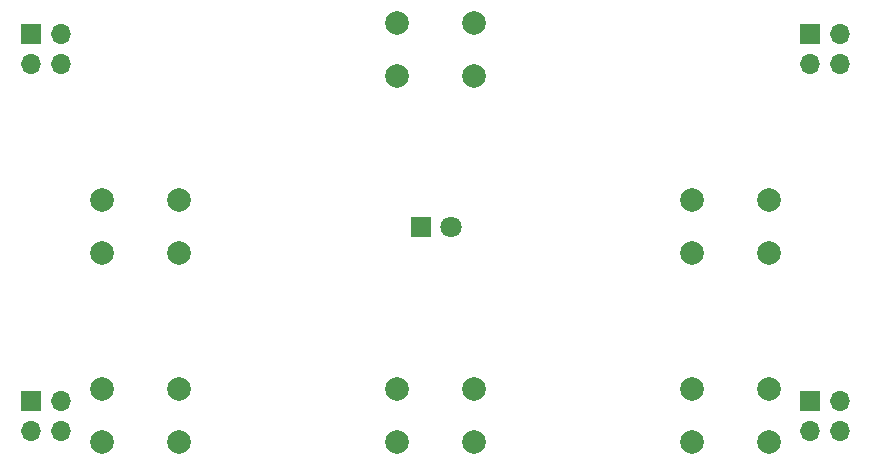
<source format=gbs>
%TF.GenerationSoftware,KiCad,Pcbnew,5.1.10*%
%TF.CreationDate,2021-11-03T22:20:00+01:00*%
%TF.ProjectId,main_pcb_ui,6d61696e-5f70-4636-925f-75692e6b6963,rev?*%
%TF.SameCoordinates,PX8583b00PY5f5e100*%
%TF.FileFunction,Soldermask,Bot*%
%TF.FilePolarity,Negative*%
%FSLAX46Y46*%
G04 Gerber Fmt 4.6, Leading zero omitted, Abs format (unit mm)*
G04 Created by KiCad (PCBNEW 5.1.10) date 2021-11-03 22:20:00*
%MOMM*%
%LPD*%
G01*
G04 APERTURE LIST*
%ADD10C,2.000000*%
%ADD11O,1.700000X1.700000*%
%ADD12R,1.700000X1.700000*%
%ADD13C,1.800000*%
%ADD14R,1.800000X1.800000*%
G04 APERTURE END LIST*
D10*
%TO.C,SW6*%
X3250000Y25250000D03*
X3250000Y20750000D03*
X-3250000Y25250000D03*
X-3250000Y20750000D03*
%TD*%
D11*
%TO.C,J4*%
X34270000Y-9270000D03*
X31730000Y-9270000D03*
X34270000Y-6730000D03*
D12*
X31730000Y-6730000D03*
%TD*%
D11*
%TO.C,J3*%
X34270000Y21730000D03*
X31730000Y21730000D03*
X34270000Y24270000D03*
D12*
X31730000Y24270000D03*
%TD*%
D11*
%TO.C,J2*%
X-31730000Y21730000D03*
X-34270000Y21730000D03*
X-31730000Y24270000D03*
D12*
X-34270000Y24270000D03*
%TD*%
D11*
%TO.C,J1*%
X-31730000Y-9270000D03*
X-34270000Y-9270000D03*
X-31730000Y-6730000D03*
D12*
X-34270000Y-6730000D03*
%TD*%
D10*
%TO.C,SW5*%
X28250000Y-5750000D03*
X28250000Y-10250000D03*
X21750000Y-5750000D03*
X21750000Y-10250000D03*
%TD*%
%TO.C,SW4*%
X28250000Y10250000D03*
X28250000Y5750000D03*
X21750000Y10250000D03*
X21750000Y5750000D03*
%TD*%
%TO.C,SW3*%
X3250000Y-5750000D03*
X3250000Y-10250000D03*
X-3250000Y-5750000D03*
X-3250000Y-10250000D03*
%TD*%
%TO.C,SW2*%
X-21750000Y-5750000D03*
X-21750000Y-10250000D03*
X-28250000Y-5750000D03*
X-28250000Y-10250000D03*
%TD*%
%TO.C,SW1*%
X-21750000Y10250000D03*
X-21750000Y5750000D03*
X-28250000Y10250000D03*
X-28250000Y5750000D03*
%TD*%
D13*
%TO.C,D1*%
X1270000Y8000000D03*
D14*
X-1270000Y8000000D03*
%TD*%
M02*

</source>
